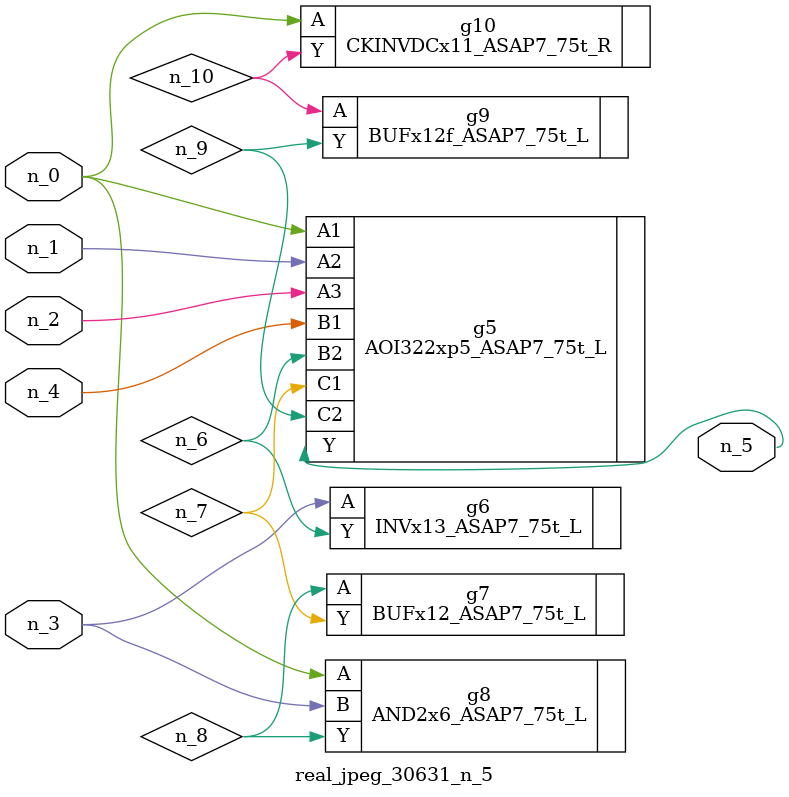
<source format=v>
module real_jpeg_30631_n_5 (n_4, n_0, n_1, n_2, n_3, n_5);

input n_4;
input n_0;
input n_1;
input n_2;
input n_3;

output n_5;

wire n_8;
wire n_6;
wire n_7;
wire n_10;
wire n_9;

AOI322xp5_ASAP7_75t_L g5 ( 
.A1(n_0),
.A2(n_1),
.A3(n_2),
.B1(n_4),
.B2(n_6),
.C1(n_7),
.C2(n_9),
.Y(n_5)
);

AND2x6_ASAP7_75t_L g8 ( 
.A(n_0),
.B(n_3),
.Y(n_8)
);

CKINVDCx11_ASAP7_75t_R g10 ( 
.A(n_0),
.Y(n_10)
);

INVx13_ASAP7_75t_L g6 ( 
.A(n_3),
.Y(n_6)
);

BUFx12_ASAP7_75t_L g7 ( 
.A(n_8),
.Y(n_7)
);

BUFx12f_ASAP7_75t_L g9 ( 
.A(n_10),
.Y(n_9)
);


endmodule
</source>
